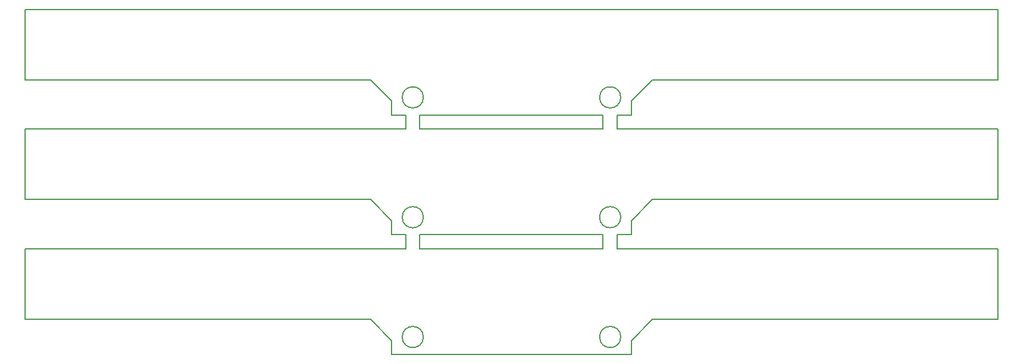
<source format=gm1>
G04 #@! TF.GenerationSoftware,KiCad,Pcbnew,(5.0.0)*
G04 #@! TF.CreationDate,2020-02-01T14:37:15+09:00*
G04 #@! TF.ProjectId,m file,6D2066696C652E6B696361645F706362,rev?*
G04 #@! TF.SameCoordinates,Original*
G04 #@! TF.FileFunction,Profile,NP*
%FSLAX46Y46*%
G04 Gerber Fmt 4.6, Leading zero omitted, Abs format (unit mm)*
G04 Created by KiCad (PCBNEW (5.0.0)) date 02/01/20 14:37:15*
%MOMM*%
%LPD*%
G01*
G04 APERTURE LIST*
%ADD10C,0.150000*%
%ADD11C,0.200000*%
G04 APERTURE END LIST*
D10*
X166000000Y-114000000D02*
X220000000Y-114000000D01*
X166000000Y-112000000D02*
X166000000Y-114000000D01*
X168000000Y-112000000D02*
X166000000Y-112000000D01*
X164000000Y-112000000D02*
X138000000Y-112000000D01*
X164000000Y-114000000D02*
X164000000Y-112000000D01*
X138000000Y-114000000D02*
X164000000Y-114000000D01*
X138000000Y-112000000D02*
X138000000Y-114000000D01*
X136000000Y-114000000D02*
X82000000Y-114000000D01*
X136000000Y-112000000D02*
X136000000Y-114000000D01*
X134000000Y-112000000D02*
X136000000Y-112000000D01*
D11*
X168000000Y-97000000D02*
X220000000Y-97000000D01*
X166000000Y-97000000D02*
X168000000Y-97000000D01*
X166000000Y-95000000D02*
X166000000Y-97000000D01*
X168000000Y-95000000D02*
X166000000Y-95000000D01*
X164000000Y-95000000D02*
X138000000Y-95000000D01*
X164000000Y-97000000D02*
X164000000Y-95000000D01*
X138000000Y-97000000D02*
X164000000Y-97000000D01*
X138000000Y-95000000D02*
X138000000Y-97000000D01*
X136000000Y-97000000D02*
X82000000Y-97000000D01*
X136000000Y-95000000D02*
X136000000Y-97000000D01*
X134000000Y-95000000D02*
X136000000Y-95000000D01*
X138500000Y-126500504D02*
G75*
G03X138500000Y-126500504I-1500000J0D01*
G01*
X134000000Y-129000000D02*
X168000000Y-129000000D01*
X220000000Y-114000000D02*
X220000000Y-124000000D01*
X171000000Y-124000000D02*
X220000000Y-124000000D01*
X82000000Y-124000000D02*
X131000000Y-124000000D01*
X82000000Y-124000000D02*
X82000000Y-114000000D01*
X166500000Y-126500504D02*
G75*
G03X166500000Y-126500504I-1500000J0D01*
G01*
X134000000Y-127000000D02*
X134000000Y-129000000D01*
X134000000Y-127000000D02*
X131000000Y-124000000D01*
X171000000Y-124000000D02*
X168000000Y-127000000D01*
X168000000Y-129000000D02*
X168000000Y-127000000D01*
X138500000Y-109500504D02*
G75*
G03X138500000Y-109500504I-1500000J0D01*
G01*
X220000000Y-97000000D02*
X220000000Y-107000000D01*
X171000000Y-107000000D02*
X220000000Y-107000000D01*
X82000000Y-107000000D02*
X131000000Y-107000000D01*
X82000000Y-107000000D02*
X82000000Y-97000000D01*
X166500000Y-109500504D02*
G75*
G03X166500000Y-109500504I-1500000J0D01*
G01*
X134000000Y-110000000D02*
X134000000Y-112000000D01*
X134000000Y-110000000D02*
X131000000Y-107000000D01*
X171000000Y-107000000D02*
X168000000Y-110000000D01*
X168000000Y-112000000D02*
X168000000Y-110000000D01*
X138500000Y-92500504D02*
G75*
G03X138500000Y-92500504I-1500000J0D01*
G01*
X220000000Y-80000000D02*
X220000000Y-90000000D01*
X171000000Y-90000000D02*
X220000000Y-90000000D01*
X82000000Y-90000000D02*
X131000000Y-90000000D01*
X82000000Y-90000000D02*
X82000000Y-80000000D01*
X166500000Y-92500504D02*
G75*
G03X166500000Y-92500504I-1500000J0D01*
G01*
X134000000Y-93000000D02*
X134000000Y-95000000D01*
X134000000Y-93000000D02*
X131000000Y-90000000D01*
X220000000Y-80000000D02*
X82000000Y-80000000D01*
X171000000Y-90000000D02*
X168000000Y-93000000D01*
X168000000Y-95000000D02*
X168000000Y-93000000D01*
M02*

</source>
